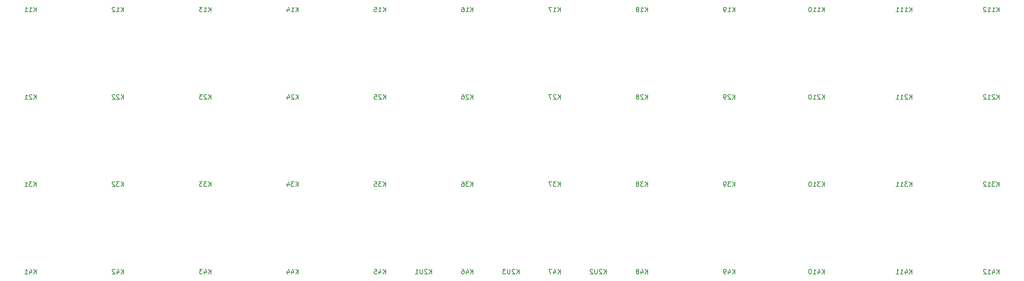
<source format=gbo>
G04 #@! TF.GenerationSoftware,KiCad,Pcbnew,5.0.1*
G04 #@! TF.CreationDate,2018-11-18T19:06:30-02:00*
G04 #@! TF.ProjectId,ortho40,6F7274686F34302E6B696361645F7063,rev?*
G04 #@! TF.SameCoordinates,Original*
G04 #@! TF.FileFunction,Legend,Bot*
G04 #@! TF.FilePolarity,Positive*
%FSLAX46Y46*%
G04 Gerber Fmt 4.6, Leading zero omitted, Abs format (unit mm)*
G04 Created by KiCad (PCBNEW 5.0.1) date Sun 18 Nov 2018 07:06:30 PM -02*
%MOMM*%
%LPD*%
G01*
G04 APERTURE LIST*
%ADD10C,0.200000*%
G04 APERTURE END LIST*
G04 #@! TO.C,K47*
D10*
X158914285Y-135870380D02*
X158914285Y-134870380D01*
X158342857Y-135870380D02*
X158771428Y-135298952D01*
X158342857Y-134870380D02*
X158914285Y-135441809D01*
X157485714Y-135203714D02*
X157485714Y-135870380D01*
X157723809Y-134822761D02*
X157961904Y-135537047D01*
X157342857Y-135537047D01*
X157057142Y-134870380D02*
X156390476Y-134870380D01*
X156819047Y-135870380D01*
G04 #@! TO.C,K310*
X216390476Y-116870380D02*
X216390476Y-115870380D01*
X215819047Y-116870380D02*
X216247619Y-116298952D01*
X215819047Y-115870380D02*
X216390476Y-116441809D01*
X215485714Y-115870380D02*
X214866666Y-115870380D01*
X215200000Y-116251333D01*
X215057142Y-116251333D01*
X214961904Y-116298952D01*
X214914285Y-116346571D01*
X214866666Y-116441809D01*
X214866666Y-116679904D01*
X214914285Y-116775142D01*
X214961904Y-116822761D01*
X215057142Y-116870380D01*
X215342857Y-116870380D01*
X215438095Y-116822761D01*
X215485714Y-116775142D01*
X213914285Y-116870380D02*
X214485714Y-116870380D01*
X214200000Y-116870380D02*
X214200000Y-115870380D01*
X214295238Y-116013238D01*
X214390476Y-116108476D01*
X214485714Y-116156095D01*
X213295238Y-115870380D02*
X213200000Y-115870380D01*
X213104761Y-115918000D01*
X213057142Y-115965619D01*
X213009523Y-116060857D01*
X212961904Y-116251333D01*
X212961904Y-116489428D01*
X213009523Y-116679904D01*
X213057142Y-116775142D01*
X213104761Y-116822761D01*
X213200000Y-116870380D01*
X213295238Y-116870380D01*
X213390476Y-116822761D01*
X213438095Y-116775142D01*
X213485714Y-116679904D01*
X213533333Y-116489428D01*
X213533333Y-116251333D01*
X213485714Y-116060857D01*
X213438095Y-115965619D01*
X213390476Y-115918000D01*
X213295238Y-115870380D01*
G04 #@! TO.C,K29*
X196914285Y-97870380D02*
X196914285Y-96870380D01*
X196342857Y-97870380D02*
X196771428Y-97298952D01*
X196342857Y-96870380D02*
X196914285Y-97441809D01*
X195961904Y-96965619D02*
X195914285Y-96918000D01*
X195819047Y-96870380D01*
X195580952Y-96870380D01*
X195485714Y-96918000D01*
X195438095Y-96965619D01*
X195390476Y-97060857D01*
X195390476Y-97156095D01*
X195438095Y-97298952D01*
X196009523Y-97870380D01*
X195390476Y-97870380D01*
X194914285Y-97870380D02*
X194723809Y-97870380D01*
X194628571Y-97822761D01*
X194580952Y-97775142D01*
X194485714Y-97632285D01*
X194438095Y-97441809D01*
X194438095Y-97060857D01*
X194485714Y-96965619D01*
X194533333Y-96918000D01*
X194628571Y-96870380D01*
X194819047Y-96870380D01*
X194914285Y-96918000D01*
X194961904Y-96965619D01*
X195009523Y-97060857D01*
X195009523Y-97298952D01*
X194961904Y-97394190D01*
X194914285Y-97441809D01*
X194819047Y-97489428D01*
X194628571Y-97489428D01*
X194533333Y-97441809D01*
X194485714Y-97394190D01*
X194438095Y-97298952D01*
G04 #@! TO.C,K210*
X216390476Y-97870380D02*
X216390476Y-96870380D01*
X215819047Y-97870380D02*
X216247619Y-97298952D01*
X215819047Y-96870380D02*
X216390476Y-97441809D01*
X215438095Y-96965619D02*
X215390476Y-96918000D01*
X215295238Y-96870380D01*
X215057142Y-96870380D01*
X214961904Y-96918000D01*
X214914285Y-96965619D01*
X214866666Y-97060857D01*
X214866666Y-97156095D01*
X214914285Y-97298952D01*
X215485714Y-97870380D01*
X214866666Y-97870380D01*
X213914285Y-97870380D02*
X214485714Y-97870380D01*
X214200000Y-97870380D02*
X214200000Y-96870380D01*
X214295238Y-97013238D01*
X214390476Y-97108476D01*
X214485714Y-97156095D01*
X213295238Y-96870380D02*
X213200000Y-96870380D01*
X213104761Y-96918000D01*
X213057142Y-96965619D01*
X213009523Y-97060857D01*
X212961904Y-97251333D01*
X212961904Y-97489428D01*
X213009523Y-97679904D01*
X213057142Y-97775142D01*
X213104761Y-97822761D01*
X213200000Y-97870380D01*
X213295238Y-97870380D01*
X213390476Y-97822761D01*
X213438095Y-97775142D01*
X213485714Y-97679904D01*
X213533333Y-97489428D01*
X213533333Y-97251333D01*
X213485714Y-97060857D01*
X213438095Y-96965619D01*
X213390476Y-96918000D01*
X213295238Y-96870380D01*
G04 #@! TO.C,K112*
X254390476Y-78870380D02*
X254390476Y-77870380D01*
X253819047Y-78870380D02*
X254247619Y-78298952D01*
X253819047Y-77870380D02*
X254390476Y-78441809D01*
X252866666Y-78870380D02*
X253438095Y-78870380D01*
X253152380Y-78870380D02*
X253152380Y-77870380D01*
X253247619Y-78013238D01*
X253342857Y-78108476D01*
X253438095Y-78156095D01*
X251914285Y-78870380D02*
X252485714Y-78870380D01*
X252200000Y-78870380D02*
X252200000Y-77870380D01*
X252295238Y-78013238D01*
X252390476Y-78108476D01*
X252485714Y-78156095D01*
X251533333Y-77965619D02*
X251485714Y-77918000D01*
X251390476Y-77870380D01*
X251152380Y-77870380D01*
X251057142Y-77918000D01*
X251009523Y-77965619D01*
X250961904Y-78060857D01*
X250961904Y-78156095D01*
X251009523Y-78298952D01*
X251580952Y-78870380D01*
X250961904Y-78870380D01*
G04 #@! TO.C,K26*
X139914285Y-97870380D02*
X139914285Y-96870380D01*
X139342857Y-97870380D02*
X139771428Y-97298952D01*
X139342857Y-96870380D02*
X139914285Y-97441809D01*
X138961904Y-96965619D02*
X138914285Y-96918000D01*
X138819047Y-96870380D01*
X138580952Y-96870380D01*
X138485714Y-96918000D01*
X138438095Y-96965619D01*
X138390476Y-97060857D01*
X138390476Y-97156095D01*
X138438095Y-97298952D01*
X139009523Y-97870380D01*
X138390476Y-97870380D01*
X137533333Y-96870380D02*
X137723809Y-96870380D01*
X137819047Y-96918000D01*
X137866666Y-96965619D01*
X137961904Y-97108476D01*
X138009523Y-97298952D01*
X138009523Y-97679904D01*
X137961904Y-97775142D01*
X137914285Y-97822761D01*
X137819047Y-97870380D01*
X137628571Y-97870380D01*
X137533333Y-97822761D01*
X137485714Y-97775142D01*
X137438095Y-97679904D01*
X137438095Y-97441809D01*
X137485714Y-97346571D01*
X137533333Y-97298952D01*
X137628571Y-97251333D01*
X137819047Y-97251333D01*
X137914285Y-97298952D01*
X137961904Y-97346571D01*
X138009523Y-97441809D01*
G04 #@! TO.C,K27*
X158914285Y-97870380D02*
X158914285Y-96870380D01*
X158342857Y-97870380D02*
X158771428Y-97298952D01*
X158342857Y-96870380D02*
X158914285Y-97441809D01*
X157961904Y-96965619D02*
X157914285Y-96918000D01*
X157819047Y-96870380D01*
X157580952Y-96870380D01*
X157485714Y-96918000D01*
X157438095Y-96965619D01*
X157390476Y-97060857D01*
X157390476Y-97156095D01*
X157438095Y-97298952D01*
X158009523Y-97870380D01*
X157390476Y-97870380D01*
X157057142Y-96870380D02*
X156390476Y-96870380D01*
X156819047Y-97870380D01*
G04 #@! TO.C,K13*
X82914285Y-78870380D02*
X82914285Y-77870380D01*
X82342857Y-78870380D02*
X82771428Y-78298952D01*
X82342857Y-77870380D02*
X82914285Y-78441809D01*
X81390476Y-78870380D02*
X81961904Y-78870380D01*
X81676190Y-78870380D02*
X81676190Y-77870380D01*
X81771428Y-78013238D01*
X81866666Y-78108476D01*
X81961904Y-78156095D01*
X81057142Y-77870380D02*
X80438095Y-77870380D01*
X80771428Y-78251333D01*
X80628571Y-78251333D01*
X80533333Y-78298952D01*
X80485714Y-78346571D01*
X80438095Y-78441809D01*
X80438095Y-78679904D01*
X80485714Y-78775142D01*
X80533333Y-78822761D01*
X80628571Y-78870380D01*
X80914285Y-78870380D01*
X81009523Y-78822761D01*
X81057142Y-78775142D01*
G04 #@! TO.C,K39*
X196914285Y-116870380D02*
X196914285Y-115870380D01*
X196342857Y-116870380D02*
X196771428Y-116298952D01*
X196342857Y-115870380D02*
X196914285Y-116441809D01*
X196009523Y-115870380D02*
X195390476Y-115870380D01*
X195723809Y-116251333D01*
X195580952Y-116251333D01*
X195485714Y-116298952D01*
X195438095Y-116346571D01*
X195390476Y-116441809D01*
X195390476Y-116679904D01*
X195438095Y-116775142D01*
X195485714Y-116822761D01*
X195580952Y-116870380D01*
X195866666Y-116870380D01*
X195961904Y-116822761D01*
X196009523Y-116775142D01*
X194914285Y-116870380D02*
X194723809Y-116870380D01*
X194628571Y-116822761D01*
X194580952Y-116775142D01*
X194485714Y-116632285D01*
X194438095Y-116441809D01*
X194438095Y-116060857D01*
X194485714Y-115965619D01*
X194533333Y-115918000D01*
X194628571Y-115870380D01*
X194819047Y-115870380D01*
X194914285Y-115918000D01*
X194961904Y-115965619D01*
X195009523Y-116060857D01*
X195009523Y-116298952D01*
X194961904Y-116394190D01*
X194914285Y-116441809D01*
X194819047Y-116489428D01*
X194628571Y-116489428D01*
X194533333Y-116441809D01*
X194485714Y-116394190D01*
X194438095Y-116298952D01*
G04 #@! TO.C,K22*
X63914285Y-97870380D02*
X63914285Y-96870380D01*
X63342857Y-97870380D02*
X63771428Y-97298952D01*
X63342857Y-96870380D02*
X63914285Y-97441809D01*
X62961904Y-96965619D02*
X62914285Y-96918000D01*
X62819047Y-96870380D01*
X62580952Y-96870380D01*
X62485714Y-96918000D01*
X62438095Y-96965619D01*
X62390476Y-97060857D01*
X62390476Y-97156095D01*
X62438095Y-97298952D01*
X63009523Y-97870380D01*
X62390476Y-97870380D01*
X62009523Y-96965619D02*
X61961904Y-96918000D01*
X61866666Y-96870380D01*
X61628571Y-96870380D01*
X61533333Y-96918000D01*
X61485714Y-96965619D01*
X61438095Y-97060857D01*
X61438095Y-97156095D01*
X61485714Y-97298952D01*
X62057142Y-97870380D01*
X61438095Y-97870380D01*
G04 #@! TO.C,K11*
X44914285Y-78870380D02*
X44914285Y-77870380D01*
X44342857Y-78870380D02*
X44771428Y-78298952D01*
X44342857Y-77870380D02*
X44914285Y-78441809D01*
X43390476Y-78870380D02*
X43961904Y-78870380D01*
X43676190Y-78870380D02*
X43676190Y-77870380D01*
X43771428Y-78013238D01*
X43866666Y-78108476D01*
X43961904Y-78156095D01*
X42438095Y-78870380D02*
X43009523Y-78870380D01*
X42723809Y-78870380D02*
X42723809Y-77870380D01*
X42819047Y-78013238D01*
X42914285Y-78108476D01*
X43009523Y-78156095D01*
G04 #@! TO.C,K12*
X63914285Y-78870380D02*
X63914285Y-77870380D01*
X63342857Y-78870380D02*
X63771428Y-78298952D01*
X63342857Y-77870380D02*
X63914285Y-78441809D01*
X62390476Y-78870380D02*
X62961904Y-78870380D01*
X62676190Y-78870380D02*
X62676190Y-77870380D01*
X62771428Y-78013238D01*
X62866666Y-78108476D01*
X62961904Y-78156095D01*
X62009523Y-77965619D02*
X61961904Y-77918000D01*
X61866666Y-77870380D01*
X61628571Y-77870380D01*
X61533333Y-77918000D01*
X61485714Y-77965619D01*
X61438095Y-78060857D01*
X61438095Y-78156095D01*
X61485714Y-78298952D01*
X62057142Y-78870380D01*
X61438095Y-78870380D01*
G04 #@! TO.C,K14*
X101914285Y-78870380D02*
X101914285Y-77870380D01*
X101342857Y-78870380D02*
X101771428Y-78298952D01*
X101342857Y-77870380D02*
X101914285Y-78441809D01*
X100390476Y-78870380D02*
X100961904Y-78870380D01*
X100676190Y-78870380D02*
X100676190Y-77870380D01*
X100771428Y-78013238D01*
X100866666Y-78108476D01*
X100961904Y-78156095D01*
X99533333Y-78203714D02*
X99533333Y-78870380D01*
X99771428Y-77822761D02*
X100009523Y-78537047D01*
X99390476Y-78537047D01*
G04 #@! TO.C,K15*
X120914285Y-78870380D02*
X120914285Y-77870380D01*
X120342857Y-78870380D02*
X120771428Y-78298952D01*
X120342857Y-77870380D02*
X120914285Y-78441809D01*
X119390476Y-78870380D02*
X119961904Y-78870380D01*
X119676190Y-78870380D02*
X119676190Y-77870380D01*
X119771428Y-78013238D01*
X119866666Y-78108476D01*
X119961904Y-78156095D01*
X118485714Y-77870380D02*
X118961904Y-77870380D01*
X119009523Y-78346571D01*
X118961904Y-78298952D01*
X118866666Y-78251333D01*
X118628571Y-78251333D01*
X118533333Y-78298952D01*
X118485714Y-78346571D01*
X118438095Y-78441809D01*
X118438095Y-78679904D01*
X118485714Y-78775142D01*
X118533333Y-78822761D01*
X118628571Y-78870380D01*
X118866666Y-78870380D01*
X118961904Y-78822761D01*
X119009523Y-78775142D01*
G04 #@! TO.C,K16*
X139914285Y-78870380D02*
X139914285Y-77870380D01*
X139342857Y-78870380D02*
X139771428Y-78298952D01*
X139342857Y-77870380D02*
X139914285Y-78441809D01*
X138390476Y-78870380D02*
X138961904Y-78870380D01*
X138676190Y-78870380D02*
X138676190Y-77870380D01*
X138771428Y-78013238D01*
X138866666Y-78108476D01*
X138961904Y-78156095D01*
X137533333Y-77870380D02*
X137723809Y-77870380D01*
X137819047Y-77918000D01*
X137866666Y-77965619D01*
X137961904Y-78108476D01*
X138009523Y-78298952D01*
X138009523Y-78679904D01*
X137961904Y-78775142D01*
X137914285Y-78822761D01*
X137819047Y-78870380D01*
X137628571Y-78870380D01*
X137533333Y-78822761D01*
X137485714Y-78775142D01*
X137438095Y-78679904D01*
X137438095Y-78441809D01*
X137485714Y-78346571D01*
X137533333Y-78298952D01*
X137628571Y-78251333D01*
X137819047Y-78251333D01*
X137914285Y-78298952D01*
X137961904Y-78346571D01*
X138009523Y-78441809D01*
G04 #@! TO.C,K17*
X158914285Y-78870380D02*
X158914285Y-77870380D01*
X158342857Y-78870380D02*
X158771428Y-78298952D01*
X158342857Y-77870380D02*
X158914285Y-78441809D01*
X157390476Y-78870380D02*
X157961904Y-78870380D01*
X157676190Y-78870380D02*
X157676190Y-77870380D01*
X157771428Y-78013238D01*
X157866666Y-78108476D01*
X157961904Y-78156095D01*
X157057142Y-77870380D02*
X156390476Y-77870380D01*
X156819047Y-78870380D01*
G04 #@! TO.C,K18*
X177914285Y-78870380D02*
X177914285Y-77870380D01*
X177342857Y-78870380D02*
X177771428Y-78298952D01*
X177342857Y-77870380D02*
X177914285Y-78441809D01*
X176390476Y-78870380D02*
X176961904Y-78870380D01*
X176676190Y-78870380D02*
X176676190Y-77870380D01*
X176771428Y-78013238D01*
X176866666Y-78108476D01*
X176961904Y-78156095D01*
X175819047Y-78298952D02*
X175914285Y-78251333D01*
X175961904Y-78203714D01*
X176009523Y-78108476D01*
X176009523Y-78060857D01*
X175961904Y-77965619D01*
X175914285Y-77918000D01*
X175819047Y-77870380D01*
X175628571Y-77870380D01*
X175533333Y-77918000D01*
X175485714Y-77965619D01*
X175438095Y-78060857D01*
X175438095Y-78108476D01*
X175485714Y-78203714D01*
X175533333Y-78251333D01*
X175628571Y-78298952D01*
X175819047Y-78298952D01*
X175914285Y-78346571D01*
X175961904Y-78394190D01*
X176009523Y-78489428D01*
X176009523Y-78679904D01*
X175961904Y-78775142D01*
X175914285Y-78822761D01*
X175819047Y-78870380D01*
X175628571Y-78870380D01*
X175533333Y-78822761D01*
X175485714Y-78775142D01*
X175438095Y-78679904D01*
X175438095Y-78489428D01*
X175485714Y-78394190D01*
X175533333Y-78346571D01*
X175628571Y-78298952D01*
G04 #@! TO.C,K19*
X196914285Y-78870380D02*
X196914285Y-77870380D01*
X196342857Y-78870380D02*
X196771428Y-78298952D01*
X196342857Y-77870380D02*
X196914285Y-78441809D01*
X195390476Y-78870380D02*
X195961904Y-78870380D01*
X195676190Y-78870380D02*
X195676190Y-77870380D01*
X195771428Y-78013238D01*
X195866666Y-78108476D01*
X195961904Y-78156095D01*
X194914285Y-78870380D02*
X194723809Y-78870380D01*
X194628571Y-78822761D01*
X194580952Y-78775142D01*
X194485714Y-78632285D01*
X194438095Y-78441809D01*
X194438095Y-78060857D01*
X194485714Y-77965619D01*
X194533333Y-77918000D01*
X194628571Y-77870380D01*
X194819047Y-77870380D01*
X194914285Y-77918000D01*
X194961904Y-77965619D01*
X195009523Y-78060857D01*
X195009523Y-78298952D01*
X194961904Y-78394190D01*
X194914285Y-78441809D01*
X194819047Y-78489428D01*
X194628571Y-78489428D01*
X194533333Y-78441809D01*
X194485714Y-78394190D01*
X194438095Y-78298952D01*
G04 #@! TO.C,K21*
X44914285Y-97870380D02*
X44914285Y-96870380D01*
X44342857Y-97870380D02*
X44771428Y-97298952D01*
X44342857Y-96870380D02*
X44914285Y-97441809D01*
X43961904Y-96965619D02*
X43914285Y-96918000D01*
X43819047Y-96870380D01*
X43580952Y-96870380D01*
X43485714Y-96918000D01*
X43438095Y-96965619D01*
X43390476Y-97060857D01*
X43390476Y-97156095D01*
X43438095Y-97298952D01*
X44009523Y-97870380D01*
X43390476Y-97870380D01*
X42438095Y-97870380D02*
X43009523Y-97870380D01*
X42723809Y-97870380D02*
X42723809Y-96870380D01*
X42819047Y-97013238D01*
X42914285Y-97108476D01*
X43009523Y-97156095D01*
G04 #@! TO.C,K23*
X82914285Y-97870380D02*
X82914285Y-96870380D01*
X82342857Y-97870380D02*
X82771428Y-97298952D01*
X82342857Y-96870380D02*
X82914285Y-97441809D01*
X81961904Y-96965619D02*
X81914285Y-96918000D01*
X81819047Y-96870380D01*
X81580952Y-96870380D01*
X81485714Y-96918000D01*
X81438095Y-96965619D01*
X81390476Y-97060857D01*
X81390476Y-97156095D01*
X81438095Y-97298952D01*
X82009523Y-97870380D01*
X81390476Y-97870380D01*
X81057142Y-96870380D02*
X80438095Y-96870380D01*
X80771428Y-97251333D01*
X80628571Y-97251333D01*
X80533333Y-97298952D01*
X80485714Y-97346571D01*
X80438095Y-97441809D01*
X80438095Y-97679904D01*
X80485714Y-97775142D01*
X80533333Y-97822761D01*
X80628571Y-97870380D01*
X80914285Y-97870380D01*
X81009523Y-97822761D01*
X81057142Y-97775142D01*
G04 #@! TO.C,K24*
X101914285Y-97870380D02*
X101914285Y-96870380D01*
X101342857Y-97870380D02*
X101771428Y-97298952D01*
X101342857Y-96870380D02*
X101914285Y-97441809D01*
X100961904Y-96965619D02*
X100914285Y-96918000D01*
X100819047Y-96870380D01*
X100580952Y-96870380D01*
X100485714Y-96918000D01*
X100438095Y-96965619D01*
X100390476Y-97060857D01*
X100390476Y-97156095D01*
X100438095Y-97298952D01*
X101009523Y-97870380D01*
X100390476Y-97870380D01*
X99533333Y-97203714D02*
X99533333Y-97870380D01*
X99771428Y-96822761D02*
X100009523Y-97537047D01*
X99390476Y-97537047D01*
G04 #@! TO.C,K25*
X120914285Y-97870380D02*
X120914285Y-96870380D01*
X120342857Y-97870380D02*
X120771428Y-97298952D01*
X120342857Y-96870380D02*
X120914285Y-97441809D01*
X119961904Y-96965619D02*
X119914285Y-96918000D01*
X119819047Y-96870380D01*
X119580952Y-96870380D01*
X119485714Y-96918000D01*
X119438095Y-96965619D01*
X119390476Y-97060857D01*
X119390476Y-97156095D01*
X119438095Y-97298952D01*
X120009523Y-97870380D01*
X119390476Y-97870380D01*
X118485714Y-96870380D02*
X118961904Y-96870380D01*
X119009523Y-97346571D01*
X118961904Y-97298952D01*
X118866666Y-97251333D01*
X118628571Y-97251333D01*
X118533333Y-97298952D01*
X118485714Y-97346571D01*
X118438095Y-97441809D01*
X118438095Y-97679904D01*
X118485714Y-97775142D01*
X118533333Y-97822761D01*
X118628571Y-97870380D01*
X118866666Y-97870380D01*
X118961904Y-97822761D01*
X119009523Y-97775142D01*
G04 #@! TO.C,K28*
X177914285Y-97870380D02*
X177914285Y-96870380D01*
X177342857Y-97870380D02*
X177771428Y-97298952D01*
X177342857Y-96870380D02*
X177914285Y-97441809D01*
X176961904Y-96965619D02*
X176914285Y-96918000D01*
X176819047Y-96870380D01*
X176580952Y-96870380D01*
X176485714Y-96918000D01*
X176438095Y-96965619D01*
X176390476Y-97060857D01*
X176390476Y-97156095D01*
X176438095Y-97298952D01*
X177009523Y-97870380D01*
X176390476Y-97870380D01*
X175819047Y-97298952D02*
X175914285Y-97251333D01*
X175961904Y-97203714D01*
X176009523Y-97108476D01*
X176009523Y-97060857D01*
X175961904Y-96965619D01*
X175914285Y-96918000D01*
X175819047Y-96870380D01*
X175628571Y-96870380D01*
X175533333Y-96918000D01*
X175485714Y-96965619D01*
X175438095Y-97060857D01*
X175438095Y-97108476D01*
X175485714Y-97203714D01*
X175533333Y-97251333D01*
X175628571Y-97298952D01*
X175819047Y-97298952D01*
X175914285Y-97346571D01*
X175961904Y-97394190D01*
X176009523Y-97489428D01*
X176009523Y-97679904D01*
X175961904Y-97775142D01*
X175914285Y-97822761D01*
X175819047Y-97870380D01*
X175628571Y-97870380D01*
X175533333Y-97822761D01*
X175485714Y-97775142D01*
X175438095Y-97679904D01*
X175438095Y-97489428D01*
X175485714Y-97394190D01*
X175533333Y-97346571D01*
X175628571Y-97298952D01*
G04 #@! TO.C,K31*
X44914285Y-116870380D02*
X44914285Y-115870380D01*
X44342857Y-116870380D02*
X44771428Y-116298952D01*
X44342857Y-115870380D02*
X44914285Y-116441809D01*
X44009523Y-115870380D02*
X43390476Y-115870380D01*
X43723809Y-116251333D01*
X43580952Y-116251333D01*
X43485714Y-116298952D01*
X43438095Y-116346571D01*
X43390476Y-116441809D01*
X43390476Y-116679904D01*
X43438095Y-116775142D01*
X43485714Y-116822761D01*
X43580952Y-116870380D01*
X43866666Y-116870380D01*
X43961904Y-116822761D01*
X44009523Y-116775142D01*
X42438095Y-116870380D02*
X43009523Y-116870380D01*
X42723809Y-116870380D02*
X42723809Y-115870380D01*
X42819047Y-116013238D01*
X42914285Y-116108476D01*
X43009523Y-116156095D01*
G04 #@! TO.C,K32*
X63914285Y-116870380D02*
X63914285Y-115870380D01*
X63342857Y-116870380D02*
X63771428Y-116298952D01*
X63342857Y-115870380D02*
X63914285Y-116441809D01*
X63009523Y-115870380D02*
X62390476Y-115870380D01*
X62723809Y-116251333D01*
X62580952Y-116251333D01*
X62485714Y-116298952D01*
X62438095Y-116346571D01*
X62390476Y-116441809D01*
X62390476Y-116679904D01*
X62438095Y-116775142D01*
X62485714Y-116822761D01*
X62580952Y-116870380D01*
X62866666Y-116870380D01*
X62961904Y-116822761D01*
X63009523Y-116775142D01*
X62009523Y-115965619D02*
X61961904Y-115918000D01*
X61866666Y-115870380D01*
X61628571Y-115870380D01*
X61533333Y-115918000D01*
X61485714Y-115965619D01*
X61438095Y-116060857D01*
X61438095Y-116156095D01*
X61485714Y-116298952D01*
X62057142Y-116870380D01*
X61438095Y-116870380D01*
G04 #@! TO.C,K33*
X82914285Y-116870380D02*
X82914285Y-115870380D01*
X82342857Y-116870380D02*
X82771428Y-116298952D01*
X82342857Y-115870380D02*
X82914285Y-116441809D01*
X82009523Y-115870380D02*
X81390476Y-115870380D01*
X81723809Y-116251333D01*
X81580952Y-116251333D01*
X81485714Y-116298952D01*
X81438095Y-116346571D01*
X81390476Y-116441809D01*
X81390476Y-116679904D01*
X81438095Y-116775142D01*
X81485714Y-116822761D01*
X81580952Y-116870380D01*
X81866666Y-116870380D01*
X81961904Y-116822761D01*
X82009523Y-116775142D01*
X81057142Y-115870380D02*
X80438095Y-115870380D01*
X80771428Y-116251333D01*
X80628571Y-116251333D01*
X80533333Y-116298952D01*
X80485714Y-116346571D01*
X80438095Y-116441809D01*
X80438095Y-116679904D01*
X80485714Y-116775142D01*
X80533333Y-116822761D01*
X80628571Y-116870380D01*
X80914285Y-116870380D01*
X81009523Y-116822761D01*
X81057142Y-116775142D01*
G04 #@! TO.C,K34*
X101914285Y-116870380D02*
X101914285Y-115870380D01*
X101342857Y-116870380D02*
X101771428Y-116298952D01*
X101342857Y-115870380D02*
X101914285Y-116441809D01*
X101009523Y-115870380D02*
X100390476Y-115870380D01*
X100723809Y-116251333D01*
X100580952Y-116251333D01*
X100485714Y-116298952D01*
X100438095Y-116346571D01*
X100390476Y-116441809D01*
X100390476Y-116679904D01*
X100438095Y-116775142D01*
X100485714Y-116822761D01*
X100580952Y-116870380D01*
X100866666Y-116870380D01*
X100961904Y-116822761D01*
X101009523Y-116775142D01*
X99533333Y-116203714D02*
X99533333Y-116870380D01*
X99771428Y-115822761D02*
X100009523Y-116537047D01*
X99390476Y-116537047D01*
G04 #@! TO.C,K35*
X120914285Y-116870380D02*
X120914285Y-115870380D01*
X120342857Y-116870380D02*
X120771428Y-116298952D01*
X120342857Y-115870380D02*
X120914285Y-116441809D01*
X120009523Y-115870380D02*
X119390476Y-115870380D01*
X119723809Y-116251333D01*
X119580952Y-116251333D01*
X119485714Y-116298952D01*
X119438095Y-116346571D01*
X119390476Y-116441809D01*
X119390476Y-116679904D01*
X119438095Y-116775142D01*
X119485714Y-116822761D01*
X119580952Y-116870380D01*
X119866666Y-116870380D01*
X119961904Y-116822761D01*
X120009523Y-116775142D01*
X118485714Y-115870380D02*
X118961904Y-115870380D01*
X119009523Y-116346571D01*
X118961904Y-116298952D01*
X118866666Y-116251333D01*
X118628571Y-116251333D01*
X118533333Y-116298952D01*
X118485714Y-116346571D01*
X118438095Y-116441809D01*
X118438095Y-116679904D01*
X118485714Y-116775142D01*
X118533333Y-116822761D01*
X118628571Y-116870380D01*
X118866666Y-116870380D01*
X118961904Y-116822761D01*
X119009523Y-116775142D01*
G04 #@! TO.C,K36*
X139914285Y-116870380D02*
X139914285Y-115870380D01*
X139342857Y-116870380D02*
X139771428Y-116298952D01*
X139342857Y-115870380D02*
X139914285Y-116441809D01*
X139009523Y-115870380D02*
X138390476Y-115870380D01*
X138723809Y-116251333D01*
X138580952Y-116251333D01*
X138485714Y-116298952D01*
X138438095Y-116346571D01*
X138390476Y-116441809D01*
X138390476Y-116679904D01*
X138438095Y-116775142D01*
X138485714Y-116822761D01*
X138580952Y-116870380D01*
X138866666Y-116870380D01*
X138961904Y-116822761D01*
X139009523Y-116775142D01*
X137533333Y-115870380D02*
X137723809Y-115870380D01*
X137819047Y-115918000D01*
X137866666Y-115965619D01*
X137961904Y-116108476D01*
X138009523Y-116298952D01*
X138009523Y-116679904D01*
X137961904Y-116775142D01*
X137914285Y-116822761D01*
X137819047Y-116870380D01*
X137628571Y-116870380D01*
X137533333Y-116822761D01*
X137485714Y-116775142D01*
X137438095Y-116679904D01*
X137438095Y-116441809D01*
X137485714Y-116346571D01*
X137533333Y-116298952D01*
X137628571Y-116251333D01*
X137819047Y-116251333D01*
X137914285Y-116298952D01*
X137961904Y-116346571D01*
X138009523Y-116441809D01*
G04 #@! TO.C,K37*
X158914285Y-116870380D02*
X158914285Y-115870380D01*
X158342857Y-116870380D02*
X158771428Y-116298952D01*
X158342857Y-115870380D02*
X158914285Y-116441809D01*
X158009523Y-115870380D02*
X157390476Y-115870380D01*
X157723809Y-116251333D01*
X157580952Y-116251333D01*
X157485714Y-116298952D01*
X157438095Y-116346571D01*
X157390476Y-116441809D01*
X157390476Y-116679904D01*
X157438095Y-116775142D01*
X157485714Y-116822761D01*
X157580952Y-116870380D01*
X157866666Y-116870380D01*
X157961904Y-116822761D01*
X158009523Y-116775142D01*
X157057142Y-115870380D02*
X156390476Y-115870380D01*
X156819047Y-116870380D01*
G04 #@! TO.C,K38*
X177914285Y-116870380D02*
X177914285Y-115870380D01*
X177342857Y-116870380D02*
X177771428Y-116298952D01*
X177342857Y-115870380D02*
X177914285Y-116441809D01*
X177009523Y-115870380D02*
X176390476Y-115870380D01*
X176723809Y-116251333D01*
X176580952Y-116251333D01*
X176485714Y-116298952D01*
X176438095Y-116346571D01*
X176390476Y-116441809D01*
X176390476Y-116679904D01*
X176438095Y-116775142D01*
X176485714Y-116822761D01*
X176580952Y-116870380D01*
X176866666Y-116870380D01*
X176961904Y-116822761D01*
X177009523Y-116775142D01*
X175819047Y-116298952D02*
X175914285Y-116251333D01*
X175961904Y-116203714D01*
X176009523Y-116108476D01*
X176009523Y-116060857D01*
X175961904Y-115965619D01*
X175914285Y-115918000D01*
X175819047Y-115870380D01*
X175628571Y-115870380D01*
X175533333Y-115918000D01*
X175485714Y-115965619D01*
X175438095Y-116060857D01*
X175438095Y-116108476D01*
X175485714Y-116203714D01*
X175533333Y-116251333D01*
X175628571Y-116298952D01*
X175819047Y-116298952D01*
X175914285Y-116346571D01*
X175961904Y-116394190D01*
X176009523Y-116489428D01*
X176009523Y-116679904D01*
X175961904Y-116775142D01*
X175914285Y-116822761D01*
X175819047Y-116870380D01*
X175628571Y-116870380D01*
X175533333Y-116822761D01*
X175485714Y-116775142D01*
X175438095Y-116679904D01*
X175438095Y-116489428D01*
X175485714Y-116394190D01*
X175533333Y-116346571D01*
X175628571Y-116298952D01*
G04 #@! TO.C,K41*
X44914285Y-135870380D02*
X44914285Y-134870380D01*
X44342857Y-135870380D02*
X44771428Y-135298952D01*
X44342857Y-134870380D02*
X44914285Y-135441809D01*
X43485714Y-135203714D02*
X43485714Y-135870380D01*
X43723809Y-134822761D02*
X43961904Y-135537047D01*
X43342857Y-135537047D01*
X42438095Y-135870380D02*
X43009523Y-135870380D01*
X42723809Y-135870380D02*
X42723809Y-134870380D01*
X42819047Y-135013238D01*
X42914285Y-135108476D01*
X43009523Y-135156095D01*
G04 #@! TO.C,K42*
X63914285Y-135870380D02*
X63914285Y-134870380D01*
X63342857Y-135870380D02*
X63771428Y-135298952D01*
X63342857Y-134870380D02*
X63914285Y-135441809D01*
X62485714Y-135203714D02*
X62485714Y-135870380D01*
X62723809Y-134822761D02*
X62961904Y-135537047D01*
X62342857Y-135537047D01*
X62009523Y-134965619D02*
X61961904Y-134918000D01*
X61866666Y-134870380D01*
X61628571Y-134870380D01*
X61533333Y-134918000D01*
X61485714Y-134965619D01*
X61438095Y-135060857D01*
X61438095Y-135156095D01*
X61485714Y-135298952D01*
X62057142Y-135870380D01*
X61438095Y-135870380D01*
G04 #@! TO.C,K43*
X82914285Y-135870380D02*
X82914285Y-134870380D01*
X82342857Y-135870380D02*
X82771428Y-135298952D01*
X82342857Y-134870380D02*
X82914285Y-135441809D01*
X81485714Y-135203714D02*
X81485714Y-135870380D01*
X81723809Y-134822761D02*
X81961904Y-135537047D01*
X81342857Y-135537047D01*
X81057142Y-134870380D02*
X80438095Y-134870380D01*
X80771428Y-135251333D01*
X80628571Y-135251333D01*
X80533333Y-135298952D01*
X80485714Y-135346571D01*
X80438095Y-135441809D01*
X80438095Y-135679904D01*
X80485714Y-135775142D01*
X80533333Y-135822761D01*
X80628571Y-135870380D01*
X80914285Y-135870380D01*
X81009523Y-135822761D01*
X81057142Y-135775142D01*
G04 #@! TO.C,K44*
X101914285Y-135870380D02*
X101914285Y-134870380D01*
X101342857Y-135870380D02*
X101771428Y-135298952D01*
X101342857Y-134870380D02*
X101914285Y-135441809D01*
X100485714Y-135203714D02*
X100485714Y-135870380D01*
X100723809Y-134822761D02*
X100961904Y-135537047D01*
X100342857Y-135537047D01*
X99533333Y-135203714D02*
X99533333Y-135870380D01*
X99771428Y-134822761D02*
X100009523Y-135537047D01*
X99390476Y-135537047D01*
G04 #@! TO.C,K45*
X120914285Y-135870380D02*
X120914285Y-134870380D01*
X120342857Y-135870380D02*
X120771428Y-135298952D01*
X120342857Y-134870380D02*
X120914285Y-135441809D01*
X119485714Y-135203714D02*
X119485714Y-135870380D01*
X119723809Y-134822761D02*
X119961904Y-135537047D01*
X119342857Y-135537047D01*
X118485714Y-134870380D02*
X118961904Y-134870380D01*
X119009523Y-135346571D01*
X118961904Y-135298952D01*
X118866666Y-135251333D01*
X118628571Y-135251333D01*
X118533333Y-135298952D01*
X118485714Y-135346571D01*
X118438095Y-135441809D01*
X118438095Y-135679904D01*
X118485714Y-135775142D01*
X118533333Y-135822761D01*
X118628571Y-135870380D01*
X118866666Y-135870380D01*
X118961904Y-135822761D01*
X119009523Y-135775142D01*
G04 #@! TO.C,K48*
X177914285Y-135870380D02*
X177914285Y-134870380D01*
X177342857Y-135870380D02*
X177771428Y-135298952D01*
X177342857Y-134870380D02*
X177914285Y-135441809D01*
X176485714Y-135203714D02*
X176485714Y-135870380D01*
X176723809Y-134822761D02*
X176961904Y-135537047D01*
X176342857Y-135537047D01*
X175819047Y-135298952D02*
X175914285Y-135251333D01*
X175961904Y-135203714D01*
X176009523Y-135108476D01*
X176009523Y-135060857D01*
X175961904Y-134965619D01*
X175914285Y-134918000D01*
X175819047Y-134870380D01*
X175628571Y-134870380D01*
X175533333Y-134918000D01*
X175485714Y-134965619D01*
X175438095Y-135060857D01*
X175438095Y-135108476D01*
X175485714Y-135203714D01*
X175533333Y-135251333D01*
X175628571Y-135298952D01*
X175819047Y-135298952D01*
X175914285Y-135346571D01*
X175961904Y-135394190D01*
X176009523Y-135489428D01*
X176009523Y-135679904D01*
X175961904Y-135775142D01*
X175914285Y-135822761D01*
X175819047Y-135870380D01*
X175628571Y-135870380D01*
X175533333Y-135822761D01*
X175485714Y-135775142D01*
X175438095Y-135679904D01*
X175438095Y-135489428D01*
X175485714Y-135394190D01*
X175533333Y-135346571D01*
X175628571Y-135298952D01*
G04 #@! TO.C,K49*
X196914285Y-135870380D02*
X196914285Y-134870380D01*
X196342857Y-135870380D02*
X196771428Y-135298952D01*
X196342857Y-134870380D02*
X196914285Y-135441809D01*
X195485714Y-135203714D02*
X195485714Y-135870380D01*
X195723809Y-134822761D02*
X195961904Y-135537047D01*
X195342857Y-135537047D01*
X194914285Y-135870380D02*
X194723809Y-135870380D01*
X194628571Y-135822761D01*
X194580952Y-135775142D01*
X194485714Y-135632285D01*
X194438095Y-135441809D01*
X194438095Y-135060857D01*
X194485714Y-134965619D01*
X194533333Y-134918000D01*
X194628571Y-134870380D01*
X194819047Y-134870380D01*
X194914285Y-134918000D01*
X194961904Y-134965619D01*
X195009523Y-135060857D01*
X195009523Y-135298952D01*
X194961904Y-135394190D01*
X194914285Y-135441809D01*
X194819047Y-135489428D01*
X194628571Y-135489428D01*
X194533333Y-135441809D01*
X194485714Y-135394190D01*
X194438095Y-135298952D01*
G04 #@! TO.C,K110*
X216390476Y-78870380D02*
X216390476Y-77870380D01*
X215819047Y-78870380D02*
X216247619Y-78298952D01*
X215819047Y-77870380D02*
X216390476Y-78441809D01*
X214866666Y-78870380D02*
X215438095Y-78870380D01*
X215152380Y-78870380D02*
X215152380Y-77870380D01*
X215247619Y-78013238D01*
X215342857Y-78108476D01*
X215438095Y-78156095D01*
X213914285Y-78870380D02*
X214485714Y-78870380D01*
X214200000Y-78870380D02*
X214200000Y-77870380D01*
X214295238Y-78013238D01*
X214390476Y-78108476D01*
X214485714Y-78156095D01*
X213295238Y-77870380D02*
X213200000Y-77870380D01*
X213104761Y-77918000D01*
X213057142Y-77965619D01*
X213009523Y-78060857D01*
X212961904Y-78251333D01*
X212961904Y-78489428D01*
X213009523Y-78679904D01*
X213057142Y-78775142D01*
X213104761Y-78822761D01*
X213200000Y-78870380D01*
X213295238Y-78870380D01*
X213390476Y-78822761D01*
X213438095Y-78775142D01*
X213485714Y-78679904D01*
X213533333Y-78489428D01*
X213533333Y-78251333D01*
X213485714Y-78060857D01*
X213438095Y-77965619D01*
X213390476Y-77918000D01*
X213295238Y-77870380D01*
G04 #@! TO.C,K111*
X235390476Y-78870380D02*
X235390476Y-77870380D01*
X234819047Y-78870380D02*
X235247619Y-78298952D01*
X234819047Y-77870380D02*
X235390476Y-78441809D01*
X233866666Y-78870380D02*
X234438095Y-78870380D01*
X234152380Y-78870380D02*
X234152380Y-77870380D01*
X234247619Y-78013238D01*
X234342857Y-78108476D01*
X234438095Y-78156095D01*
X232914285Y-78870380D02*
X233485714Y-78870380D01*
X233200000Y-78870380D02*
X233200000Y-77870380D01*
X233295238Y-78013238D01*
X233390476Y-78108476D01*
X233485714Y-78156095D01*
X231961904Y-78870380D02*
X232533333Y-78870380D01*
X232247619Y-78870380D02*
X232247619Y-77870380D01*
X232342857Y-78013238D01*
X232438095Y-78108476D01*
X232533333Y-78156095D01*
G04 #@! TO.C,K211*
X235390476Y-97870380D02*
X235390476Y-96870380D01*
X234819047Y-97870380D02*
X235247619Y-97298952D01*
X234819047Y-96870380D02*
X235390476Y-97441809D01*
X234438095Y-96965619D02*
X234390476Y-96918000D01*
X234295238Y-96870380D01*
X234057142Y-96870380D01*
X233961904Y-96918000D01*
X233914285Y-96965619D01*
X233866666Y-97060857D01*
X233866666Y-97156095D01*
X233914285Y-97298952D01*
X234485714Y-97870380D01*
X233866666Y-97870380D01*
X232914285Y-97870380D02*
X233485714Y-97870380D01*
X233200000Y-97870380D02*
X233200000Y-96870380D01*
X233295238Y-97013238D01*
X233390476Y-97108476D01*
X233485714Y-97156095D01*
X231961904Y-97870380D02*
X232533333Y-97870380D01*
X232247619Y-97870380D02*
X232247619Y-96870380D01*
X232342857Y-97013238D01*
X232438095Y-97108476D01*
X232533333Y-97156095D01*
G04 #@! TO.C,K212*
X254390476Y-97870380D02*
X254390476Y-96870380D01*
X253819047Y-97870380D02*
X254247619Y-97298952D01*
X253819047Y-96870380D02*
X254390476Y-97441809D01*
X253438095Y-96965619D02*
X253390476Y-96918000D01*
X253295238Y-96870380D01*
X253057142Y-96870380D01*
X252961904Y-96918000D01*
X252914285Y-96965619D01*
X252866666Y-97060857D01*
X252866666Y-97156095D01*
X252914285Y-97298952D01*
X253485714Y-97870380D01*
X252866666Y-97870380D01*
X251914285Y-97870380D02*
X252485714Y-97870380D01*
X252200000Y-97870380D02*
X252200000Y-96870380D01*
X252295238Y-97013238D01*
X252390476Y-97108476D01*
X252485714Y-97156095D01*
X251533333Y-96965619D02*
X251485714Y-96918000D01*
X251390476Y-96870380D01*
X251152380Y-96870380D01*
X251057142Y-96918000D01*
X251009523Y-96965619D01*
X250961904Y-97060857D01*
X250961904Y-97156095D01*
X251009523Y-97298952D01*
X251580952Y-97870380D01*
X250961904Y-97870380D01*
G04 #@! TO.C,K311*
X235390476Y-116870380D02*
X235390476Y-115870380D01*
X234819047Y-116870380D02*
X235247619Y-116298952D01*
X234819047Y-115870380D02*
X235390476Y-116441809D01*
X234485714Y-115870380D02*
X233866666Y-115870380D01*
X234200000Y-116251333D01*
X234057142Y-116251333D01*
X233961904Y-116298952D01*
X233914285Y-116346571D01*
X233866666Y-116441809D01*
X233866666Y-116679904D01*
X233914285Y-116775142D01*
X233961904Y-116822761D01*
X234057142Y-116870380D01*
X234342857Y-116870380D01*
X234438095Y-116822761D01*
X234485714Y-116775142D01*
X232914285Y-116870380D02*
X233485714Y-116870380D01*
X233200000Y-116870380D02*
X233200000Y-115870380D01*
X233295238Y-116013238D01*
X233390476Y-116108476D01*
X233485714Y-116156095D01*
X231961904Y-116870380D02*
X232533333Y-116870380D01*
X232247619Y-116870380D02*
X232247619Y-115870380D01*
X232342857Y-116013238D01*
X232438095Y-116108476D01*
X232533333Y-116156095D01*
G04 #@! TO.C,K312*
X254390476Y-116870380D02*
X254390476Y-115870380D01*
X253819047Y-116870380D02*
X254247619Y-116298952D01*
X253819047Y-115870380D02*
X254390476Y-116441809D01*
X253485714Y-115870380D02*
X252866666Y-115870380D01*
X253200000Y-116251333D01*
X253057142Y-116251333D01*
X252961904Y-116298952D01*
X252914285Y-116346571D01*
X252866666Y-116441809D01*
X252866666Y-116679904D01*
X252914285Y-116775142D01*
X252961904Y-116822761D01*
X253057142Y-116870380D01*
X253342857Y-116870380D01*
X253438095Y-116822761D01*
X253485714Y-116775142D01*
X251914285Y-116870380D02*
X252485714Y-116870380D01*
X252200000Y-116870380D02*
X252200000Y-115870380D01*
X252295238Y-116013238D01*
X252390476Y-116108476D01*
X252485714Y-116156095D01*
X251533333Y-115965619D02*
X251485714Y-115918000D01*
X251390476Y-115870380D01*
X251152380Y-115870380D01*
X251057142Y-115918000D01*
X251009523Y-115965619D01*
X250961904Y-116060857D01*
X250961904Y-116156095D01*
X251009523Y-116298952D01*
X251580952Y-116870380D01*
X250961904Y-116870380D01*
G04 #@! TO.C,K410*
X216390476Y-135870380D02*
X216390476Y-134870380D01*
X215819047Y-135870380D02*
X216247619Y-135298952D01*
X215819047Y-134870380D02*
X216390476Y-135441809D01*
X214961904Y-135203714D02*
X214961904Y-135870380D01*
X215200000Y-134822761D02*
X215438095Y-135537047D01*
X214819047Y-135537047D01*
X213914285Y-135870380D02*
X214485714Y-135870380D01*
X214200000Y-135870380D02*
X214200000Y-134870380D01*
X214295238Y-135013238D01*
X214390476Y-135108476D01*
X214485714Y-135156095D01*
X213295238Y-134870380D02*
X213200000Y-134870380D01*
X213104761Y-134918000D01*
X213057142Y-134965619D01*
X213009523Y-135060857D01*
X212961904Y-135251333D01*
X212961904Y-135489428D01*
X213009523Y-135679904D01*
X213057142Y-135775142D01*
X213104761Y-135822761D01*
X213200000Y-135870380D01*
X213295238Y-135870380D01*
X213390476Y-135822761D01*
X213438095Y-135775142D01*
X213485714Y-135679904D01*
X213533333Y-135489428D01*
X213533333Y-135251333D01*
X213485714Y-135060857D01*
X213438095Y-134965619D01*
X213390476Y-134918000D01*
X213295238Y-134870380D01*
G04 #@! TO.C,K411*
X235390476Y-135870380D02*
X235390476Y-134870380D01*
X234819047Y-135870380D02*
X235247619Y-135298952D01*
X234819047Y-134870380D02*
X235390476Y-135441809D01*
X233961904Y-135203714D02*
X233961904Y-135870380D01*
X234200000Y-134822761D02*
X234438095Y-135537047D01*
X233819047Y-135537047D01*
X232914285Y-135870380D02*
X233485714Y-135870380D01*
X233200000Y-135870380D02*
X233200000Y-134870380D01*
X233295238Y-135013238D01*
X233390476Y-135108476D01*
X233485714Y-135156095D01*
X231961904Y-135870380D02*
X232533333Y-135870380D01*
X232247619Y-135870380D02*
X232247619Y-134870380D01*
X232342857Y-135013238D01*
X232438095Y-135108476D01*
X232533333Y-135156095D01*
G04 #@! TO.C,K412*
X254390476Y-135870380D02*
X254390476Y-134870380D01*
X253819047Y-135870380D02*
X254247619Y-135298952D01*
X253819047Y-134870380D02*
X254390476Y-135441809D01*
X252961904Y-135203714D02*
X252961904Y-135870380D01*
X253200000Y-134822761D02*
X253438095Y-135537047D01*
X252819047Y-135537047D01*
X251914285Y-135870380D02*
X252485714Y-135870380D01*
X252200000Y-135870380D02*
X252200000Y-134870380D01*
X252295238Y-135013238D01*
X252390476Y-135108476D01*
X252485714Y-135156095D01*
X251533333Y-134965619D02*
X251485714Y-134918000D01*
X251390476Y-134870380D01*
X251152380Y-134870380D01*
X251057142Y-134918000D01*
X251009523Y-134965619D01*
X250961904Y-135060857D01*
X250961904Y-135156095D01*
X251009523Y-135298952D01*
X251580952Y-135870380D01*
X250961904Y-135870380D01*
G04 #@! TO.C,K46*
X139914285Y-135870380D02*
X139914285Y-134870380D01*
X139342857Y-135870380D02*
X139771428Y-135298952D01*
X139342857Y-134870380D02*
X139914285Y-135441809D01*
X138485714Y-135203714D02*
X138485714Y-135870380D01*
X138723809Y-134822761D02*
X138961904Y-135537047D01*
X138342857Y-135537047D01*
X137533333Y-134870380D02*
X137723809Y-134870380D01*
X137819047Y-134918000D01*
X137866666Y-134965619D01*
X137961904Y-135108476D01*
X138009523Y-135298952D01*
X138009523Y-135679904D01*
X137961904Y-135775142D01*
X137914285Y-135822761D01*
X137819047Y-135870380D01*
X137628571Y-135870380D01*
X137533333Y-135822761D01*
X137485714Y-135775142D01*
X137438095Y-135679904D01*
X137438095Y-135441809D01*
X137485714Y-135346571D01*
X137533333Y-135298952D01*
X137628571Y-135251333D01*
X137819047Y-135251333D01*
X137914285Y-135298952D01*
X137961904Y-135346571D01*
X138009523Y-135441809D01*
G04 #@! TO.C,K2U1*
X130938095Y-135870380D02*
X130938095Y-134870380D01*
X130366666Y-135870380D02*
X130795238Y-135298952D01*
X130366666Y-134870380D02*
X130938095Y-135441809D01*
X129985714Y-134965619D02*
X129938095Y-134918000D01*
X129842857Y-134870380D01*
X129604761Y-134870380D01*
X129509523Y-134918000D01*
X129461904Y-134965619D01*
X129414285Y-135060857D01*
X129414285Y-135156095D01*
X129461904Y-135298952D01*
X130033333Y-135870380D01*
X129414285Y-135870380D01*
X128985714Y-134870380D02*
X128985714Y-135679904D01*
X128938095Y-135775142D01*
X128890476Y-135822761D01*
X128795238Y-135870380D01*
X128604761Y-135870380D01*
X128509523Y-135822761D01*
X128461904Y-135775142D01*
X128414285Y-135679904D01*
X128414285Y-134870380D01*
X127414285Y-135870380D02*
X127985714Y-135870380D01*
X127700000Y-135870380D02*
X127700000Y-134870380D01*
X127795238Y-135013238D01*
X127890476Y-135108476D01*
X127985714Y-135156095D01*
G04 #@! TO.C,K2U2*
X168938095Y-135870380D02*
X168938095Y-134870380D01*
X168366666Y-135870380D02*
X168795238Y-135298952D01*
X168366666Y-134870380D02*
X168938095Y-135441809D01*
X167985714Y-134965619D02*
X167938095Y-134918000D01*
X167842857Y-134870380D01*
X167604761Y-134870380D01*
X167509523Y-134918000D01*
X167461904Y-134965619D01*
X167414285Y-135060857D01*
X167414285Y-135156095D01*
X167461904Y-135298952D01*
X168033333Y-135870380D01*
X167414285Y-135870380D01*
X166985714Y-134870380D02*
X166985714Y-135679904D01*
X166938095Y-135775142D01*
X166890476Y-135822761D01*
X166795238Y-135870380D01*
X166604761Y-135870380D01*
X166509523Y-135822761D01*
X166461904Y-135775142D01*
X166414285Y-135679904D01*
X166414285Y-134870380D01*
X165985714Y-134965619D02*
X165938095Y-134918000D01*
X165842857Y-134870380D01*
X165604761Y-134870380D01*
X165509523Y-134918000D01*
X165461904Y-134965619D01*
X165414285Y-135060857D01*
X165414285Y-135156095D01*
X165461904Y-135298952D01*
X166033333Y-135870380D01*
X165414285Y-135870380D01*
G04 #@! TO.C,K2U3*
X149938095Y-135870380D02*
X149938095Y-134870380D01*
X149366666Y-135870380D02*
X149795238Y-135298952D01*
X149366666Y-134870380D02*
X149938095Y-135441809D01*
X148985714Y-134965619D02*
X148938095Y-134918000D01*
X148842857Y-134870380D01*
X148604761Y-134870380D01*
X148509523Y-134918000D01*
X148461904Y-134965619D01*
X148414285Y-135060857D01*
X148414285Y-135156095D01*
X148461904Y-135298952D01*
X149033333Y-135870380D01*
X148414285Y-135870380D01*
X147985714Y-134870380D02*
X147985714Y-135679904D01*
X147938095Y-135775142D01*
X147890476Y-135822761D01*
X147795238Y-135870380D01*
X147604761Y-135870380D01*
X147509523Y-135822761D01*
X147461904Y-135775142D01*
X147414285Y-135679904D01*
X147414285Y-134870380D01*
X147033333Y-134870380D02*
X146414285Y-134870380D01*
X146747619Y-135251333D01*
X146604761Y-135251333D01*
X146509523Y-135298952D01*
X146461904Y-135346571D01*
X146414285Y-135441809D01*
X146414285Y-135679904D01*
X146461904Y-135775142D01*
X146509523Y-135822761D01*
X146604761Y-135870380D01*
X146890476Y-135870380D01*
X146985714Y-135822761D01*
X147033333Y-135775142D01*
G04 #@! TD*
M02*

</source>
